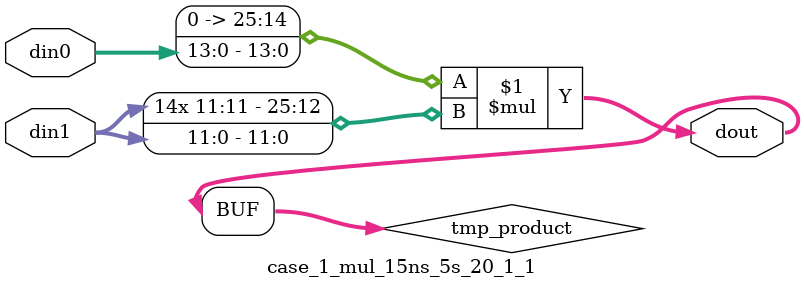
<source format=v>

`timescale 1 ns / 1 ps

 (* use_dsp = "no" *)  module case_1_mul_15ns_5s_20_1_1(din0, din1, dout);
parameter ID = 1;
parameter NUM_STAGE = 0;
parameter din0_WIDTH = 14;
parameter din1_WIDTH = 12;
parameter dout_WIDTH = 26;

input [din0_WIDTH - 1 : 0] din0; 
input [din1_WIDTH - 1 : 0] din1; 
output [dout_WIDTH - 1 : 0] dout;

wire signed [dout_WIDTH - 1 : 0] tmp_product;

























assign tmp_product = $signed({1'b0, din0}) * $signed(din1);










assign dout = tmp_product;





















endmodule

</source>
